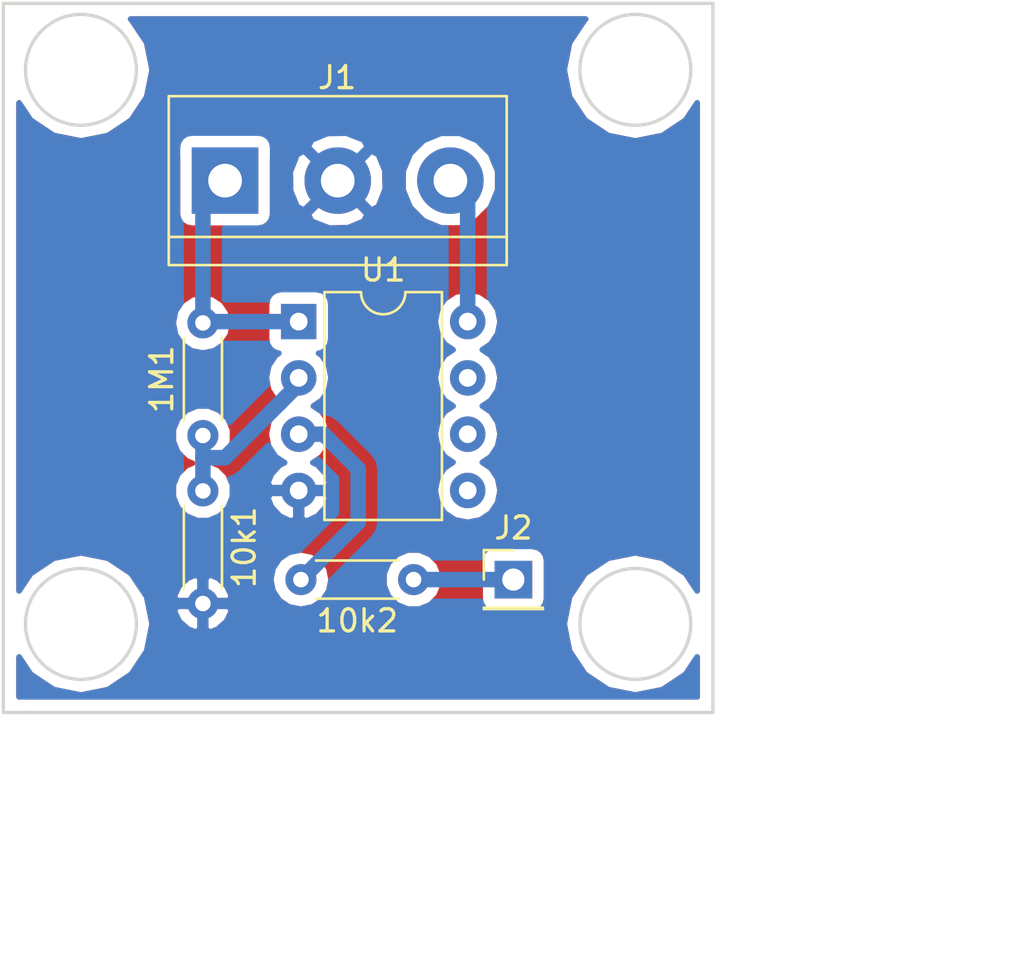
<source format=kicad_pcb>
(kicad_pcb (version 4) (host pcbnew 4.0.7)

  (general
    (links 9)
    (no_connects 0)
    (area 133.924999 71.924999 166.075001 104.075001)
    (thickness 1.6)
    (drawings 15)
    (tracks 16)
    (zones 0)
    (modules 6)
    (nets 7)
  )

  (page A4)
  (layers
    (0 F.Cu signal)
    (31 B.Cu signal)
    (32 B.Adhes user)
    (33 F.Adhes user)
    (34 B.Paste user)
    (35 F.Paste user)
    (36 B.SilkS user)
    (37 F.SilkS user)
    (38 B.Mask user)
    (39 F.Mask user)
    (40 Dwgs.User user)
    (41 Cmts.User user)
    (42 Eco1.User user)
    (43 Eco2.User user)
    (44 Edge.Cuts user)
    (45 Margin user)
    (46 B.CrtYd user)
    (47 F.CrtYd user)
    (48 B.Fab user)
    (49 F.Fab user)
  )

  (setup
    (last_trace_width 0.25)
    (trace_clearance 0.2)
    (zone_clearance 0.508)
    (zone_45_only no)
    (trace_min 0.2)
    (segment_width 0.2)
    (edge_width 0.15)
    (via_size 0.6)
    (via_drill 0.4)
    (via_min_size 0.4)
    (via_min_drill 0.3)
    (uvia_size 0.3)
    (uvia_drill 0.1)
    (uvias_allowed no)
    (uvia_min_size 0.2)
    (uvia_min_drill 0.1)
    (pcb_text_width 0.3)
    (pcb_text_size 1.5 1.5)
    (mod_edge_width 0.15)
    (mod_text_size 1 1)
    (mod_text_width 0.15)
    (pad_size 1.524 1.524)
    (pad_drill 0.762)
    (pad_to_mask_clearance 0.2)
    (aux_axis_origin 0 0)
    (visible_elements FFFFFF7F)
    (pcbplotparams
      (layerselection 0x00030_80000001)
      (usegerberextensions false)
      (excludeedgelayer true)
      (linewidth 0.100000)
      (plotframeref false)
      (viasonmask false)
      (mode 1)
      (useauxorigin false)
      (hpglpennumber 1)
      (hpglpenspeed 20)
      (hpglpendiameter 15)
      (hpglpenoverlay 2)
      (psnegative false)
      (psa4output false)
      (plotreference true)
      (plotvalue true)
      (plotinvisibletext false)
      (padsonsilk false)
      (subtractmaskfromsilk false)
      (outputformat 1)
      (mirror false)
      (drillshape 0)
      (scaleselection 1)
      (outputdirectory ""))
  )

  (net 0 "")
  (net 1 "Net-(10k1-Pad1)")
  (net 2 "Net-(1M1-Pad2)")
  (net 3 GND)
  (net 4 "Net-(10k2-Pad1)")
  (net 5 "Net-(10k2-Pad2)")
  (net 6 "Net-(J1-Pad3)")

  (net_class Default "Это класс цепей по умолчанию."
    (clearance 0.2)
    (trace_width 0.25)
    (via_dia 0.6)
    (via_drill 0.4)
    (uvia_dia 0.3)
    (uvia_drill 0.1)
  )

  (net_class my ""
    (clearance 0.4)
    (trace_width 0.7)
    (via_dia 1.5)
    (via_drill 0.8)
    (uvia_dia 1.5)
    (uvia_drill 0.8)
    (add_net GND)
    (add_net "Net-(10k1-Pad1)")
    (add_net "Net-(10k2-Pad1)")
    (add_net "Net-(10k2-Pad2)")
    (add_net "Net-(1M1-Pad2)")
    (add_net "Net-(J1-Pad3)")
  )

  (module Connectors_Terminal_Blocks:TerminalBlock_bornier-3_P5.08mm (layer F.Cu) (tedit 59FF03B9) (tstamp 5BC34C6D)
    (at 144 80)
    (descr "simple 3-pin terminal block, pitch 5.08mm, revamped version of bornier3")
    (tags "terminal block bornier3")
    (path /5BC34DB7)
    (fp_text reference J1 (at 5.05 -4.65) (layer F.SilkS)
      (effects (font (size 1 1) (thickness 0.15)))
    )
    (fp_text value Avr (at 5.08 5.08) (layer F.Fab)
      (effects (font (size 1 1) (thickness 0.15)))
    )
    (fp_text user %R (at 5.08 0) (layer F.Fab)
      (effects (font (size 1 1) (thickness 0.15)))
    )
    (fp_line (start -2.47 2.55) (end 12.63 2.55) (layer F.Fab) (width 0.1))
    (fp_line (start -2.47 -3.75) (end 12.63 -3.75) (layer F.Fab) (width 0.1))
    (fp_line (start 12.63 -3.75) (end 12.63 3.75) (layer F.Fab) (width 0.1))
    (fp_line (start 12.63 3.75) (end -2.47 3.75) (layer F.Fab) (width 0.1))
    (fp_line (start -2.47 3.75) (end -2.47 -3.75) (layer F.Fab) (width 0.1))
    (fp_line (start -2.54 3.81) (end -2.54 -3.81) (layer F.SilkS) (width 0.12))
    (fp_line (start 12.7 3.81) (end 12.7 -3.81) (layer F.SilkS) (width 0.12))
    (fp_line (start -2.54 2.54) (end 12.7 2.54) (layer F.SilkS) (width 0.12))
    (fp_line (start -2.54 -3.81) (end 12.7 -3.81) (layer F.SilkS) (width 0.12))
    (fp_line (start -2.54 3.81) (end 12.7 3.81) (layer F.SilkS) (width 0.12))
    (fp_line (start -2.72 -4) (end 12.88 -4) (layer F.CrtYd) (width 0.05))
    (fp_line (start -2.72 -4) (end -2.72 4) (layer F.CrtYd) (width 0.05))
    (fp_line (start 12.88 4) (end 12.88 -4) (layer F.CrtYd) (width 0.05))
    (fp_line (start 12.88 4) (end -2.72 4) (layer F.CrtYd) (width 0.05))
    (pad 1 thru_hole rect (at 0 0) (size 3 3) (drill 1.52) (layers *.Cu *.Mask)
      (net 2 "Net-(1M1-Pad2)"))
    (pad 2 thru_hole circle (at 5.08 0) (size 3 3) (drill 1.52) (layers *.Cu *.Mask)
      (net 3 GND))
    (pad 3 thru_hole circle (at 10.16 0) (size 3 3) (drill 1.52) (layers *.Cu *.Mask)
      (net 6 "Net-(J1-Pad3)"))
    (model ${KISYS3DMOD}/Terminal_Blocks.3dshapes/TerminalBlock_bornier-3_P5.08mm.wrl
      (at (xyz 0.2 0 0))
      (scale (xyz 1 1 1))
      (rotate (xyz 0 0 0))
    )
  )

  (module Resistors_THT:R_Axial_DIN0204_L3.6mm_D1.6mm_P5.08mm_Horizontal (layer F.Cu) (tedit 5874F706) (tstamp 5BC34B22)
    (at 143 91.5 90)
    (descr "Resistor, Axial_DIN0204 series, Axial, Horizontal, pin pitch=5.08mm, 0.16666666666666666W = 1/6W, length*diameter=3.6*1.6mm^2, http://cdn-reichelt.de/documents/datenblatt/B400/1_4W%23YAG.pdf")
    (tags "Resistor Axial_DIN0204 series Axial Horizontal pin pitch 5.08mm 0.16666666666666666W = 1/6W length 3.6mm diameter 1.6mm")
    (path /5BC3497F)
    (fp_text reference 1M1 (at 2.54 -1.86 90) (layer F.SilkS)
      (effects (font (size 1 1) (thickness 0.15)))
    )
    (fp_text value R (at 2.54 1.86 90) (layer F.Fab)
      (effects (font (size 1 1) (thickness 0.15)))
    )
    (fp_line (start 0.74 -0.8) (end 0.74 0.8) (layer F.Fab) (width 0.1))
    (fp_line (start 0.74 0.8) (end 4.34 0.8) (layer F.Fab) (width 0.1))
    (fp_line (start 4.34 0.8) (end 4.34 -0.8) (layer F.Fab) (width 0.1))
    (fp_line (start 4.34 -0.8) (end 0.74 -0.8) (layer F.Fab) (width 0.1))
    (fp_line (start 0 0) (end 0.74 0) (layer F.Fab) (width 0.1))
    (fp_line (start 5.08 0) (end 4.34 0) (layer F.Fab) (width 0.1))
    (fp_line (start 0.68 -0.86) (end 4.4 -0.86) (layer F.SilkS) (width 0.12))
    (fp_line (start 0.68 0.86) (end 4.4 0.86) (layer F.SilkS) (width 0.12))
    (fp_line (start -0.95 -1.15) (end -0.95 1.15) (layer F.CrtYd) (width 0.05))
    (fp_line (start -0.95 1.15) (end 6.05 1.15) (layer F.CrtYd) (width 0.05))
    (fp_line (start 6.05 1.15) (end 6.05 -1.15) (layer F.CrtYd) (width 0.05))
    (fp_line (start 6.05 -1.15) (end -0.95 -1.15) (layer F.CrtYd) (width 0.05))
    (pad 1 thru_hole circle (at 0 0 90) (size 1.4 1.4) (drill 0.7) (layers *.Cu *.Mask)
      (net 1 "Net-(10k1-Pad1)"))
    (pad 2 thru_hole oval (at 5.08 0 90) (size 1.4 1.4) (drill 0.7) (layers *.Cu *.Mask)
      (net 2 "Net-(1M1-Pad2)"))
    (model ${KISYS3DMOD}/Resistors_THT.3dshapes/R_Axial_DIN0204_L3.6mm_D1.6mm_P5.08mm_Horizontal.wrl
      (at (xyz 0 0 0))
      (scale (xyz 0.393701 0.393701 0.393701))
      (rotate (xyz 0 0 0))
    )
  )

  (module Resistors_THT:R_Axial_DIN0204_L3.6mm_D1.6mm_P5.08mm_Horizontal (layer F.Cu) (tedit 5874F706) (tstamp 5BC34B28)
    (at 143 94 270)
    (descr "Resistor, Axial_DIN0204 series, Axial, Horizontal, pin pitch=5.08mm, 0.16666666666666666W = 1/6W, length*diameter=3.6*1.6mm^2, http://cdn-reichelt.de/documents/datenblatt/B400/1_4W%23YAG.pdf")
    (tags "Resistor Axial_DIN0204 series Axial Horizontal pin pitch 5.08mm 0.16666666666666666W = 1/6W length 3.6mm diameter 1.6mm")
    (path /5BC3494C)
    (fp_text reference 10k1 (at 2.54 -1.86 270) (layer F.SilkS)
      (effects (font (size 1 1) (thickness 0.15)))
    )
    (fp_text value R (at 2.54 1.86 270) (layer F.Fab)
      (effects (font (size 1 1) (thickness 0.15)))
    )
    (fp_line (start 0.74 -0.8) (end 0.74 0.8) (layer F.Fab) (width 0.1))
    (fp_line (start 0.74 0.8) (end 4.34 0.8) (layer F.Fab) (width 0.1))
    (fp_line (start 4.34 0.8) (end 4.34 -0.8) (layer F.Fab) (width 0.1))
    (fp_line (start 4.34 -0.8) (end 0.74 -0.8) (layer F.Fab) (width 0.1))
    (fp_line (start 0 0) (end 0.74 0) (layer F.Fab) (width 0.1))
    (fp_line (start 5.08 0) (end 4.34 0) (layer F.Fab) (width 0.1))
    (fp_line (start 0.68 -0.86) (end 4.4 -0.86) (layer F.SilkS) (width 0.12))
    (fp_line (start 0.68 0.86) (end 4.4 0.86) (layer F.SilkS) (width 0.12))
    (fp_line (start -0.95 -1.15) (end -0.95 1.15) (layer F.CrtYd) (width 0.05))
    (fp_line (start -0.95 1.15) (end 6.05 1.15) (layer F.CrtYd) (width 0.05))
    (fp_line (start 6.05 1.15) (end 6.05 -1.15) (layer F.CrtYd) (width 0.05))
    (fp_line (start 6.05 -1.15) (end -0.95 -1.15) (layer F.CrtYd) (width 0.05))
    (pad 1 thru_hole circle (at 0 0 270) (size 1.4 1.4) (drill 0.7) (layers *.Cu *.Mask)
      (net 1 "Net-(10k1-Pad1)"))
    (pad 2 thru_hole oval (at 5.08 0 270) (size 1.4 1.4) (drill 0.7) (layers *.Cu *.Mask)
      (net 3 GND))
    (model ${KISYS3DMOD}/Resistors_THT.3dshapes/R_Axial_DIN0204_L3.6mm_D1.6mm_P5.08mm_Horizontal.wrl
      (at (xyz 0 0 0))
      (scale (xyz 0.393701 0.393701 0.393701))
      (rotate (xyz 0 0 0))
    )
  )

  (module Resistors_THT:R_Axial_DIN0204_L3.6mm_D1.6mm_P5.08mm_Horizontal (layer F.Cu) (tedit 5874F706) (tstamp 5BC34B2E)
    (at 152.5 98 180)
    (descr "Resistor, Axial_DIN0204 series, Axial, Horizontal, pin pitch=5.08mm, 0.16666666666666666W = 1/6W, length*diameter=3.6*1.6mm^2, http://cdn-reichelt.de/documents/datenblatt/B400/1_4W%23YAG.pdf")
    (tags "Resistor Axial_DIN0204 series Axial Horizontal pin pitch 5.08mm 0.16666666666666666W = 1/6W length 3.6mm diameter 1.6mm")
    (path /5BC348D7)
    (fp_text reference 10k2 (at 2.54 -1.86 180) (layer F.SilkS)
      (effects (font (size 1 1) (thickness 0.15)))
    )
    (fp_text value R (at 2.54 1.86 180) (layer F.Fab)
      (effects (font (size 1 1) (thickness 0.15)))
    )
    (fp_line (start 0.74 -0.8) (end 0.74 0.8) (layer F.Fab) (width 0.1))
    (fp_line (start 0.74 0.8) (end 4.34 0.8) (layer F.Fab) (width 0.1))
    (fp_line (start 4.34 0.8) (end 4.34 -0.8) (layer F.Fab) (width 0.1))
    (fp_line (start 4.34 -0.8) (end 0.74 -0.8) (layer F.Fab) (width 0.1))
    (fp_line (start 0 0) (end 0.74 0) (layer F.Fab) (width 0.1))
    (fp_line (start 5.08 0) (end 4.34 0) (layer F.Fab) (width 0.1))
    (fp_line (start 0.68 -0.86) (end 4.4 -0.86) (layer F.SilkS) (width 0.12))
    (fp_line (start 0.68 0.86) (end 4.4 0.86) (layer F.SilkS) (width 0.12))
    (fp_line (start -0.95 -1.15) (end -0.95 1.15) (layer F.CrtYd) (width 0.05))
    (fp_line (start -0.95 1.15) (end 6.05 1.15) (layer F.CrtYd) (width 0.05))
    (fp_line (start 6.05 1.15) (end 6.05 -1.15) (layer F.CrtYd) (width 0.05))
    (fp_line (start 6.05 -1.15) (end -0.95 -1.15) (layer F.CrtYd) (width 0.05))
    (pad 1 thru_hole circle (at 0 0 180) (size 1.4 1.4) (drill 0.7) (layers *.Cu *.Mask)
      (net 4 "Net-(10k2-Pad1)"))
    (pad 2 thru_hole oval (at 5.08 0 180) (size 1.4 1.4) (drill 0.7) (layers *.Cu *.Mask)
      (net 5 "Net-(10k2-Pad2)"))
    (model ${KISYS3DMOD}/Resistors_THT.3dshapes/R_Axial_DIN0204_L3.6mm_D1.6mm_P5.08mm_Horizontal.wrl
      (at (xyz 0 0 0))
      (scale (xyz 0.393701 0.393701 0.393701))
      (rotate (xyz 0 0 0))
    )
  )

  (module Housings_DIP:DIP-8_W7.62mm (layer F.Cu) (tedit 59C78D6B) (tstamp 5BC34B44)
    (at 147.32 86.36)
    (descr "8-lead though-hole mounted DIP package, row spacing 7.62 mm (300 mils)")
    (tags "THT DIP DIL PDIP 2.54mm 7.62mm 300mil")
    (path /5BC3479B)
    (fp_text reference U1 (at 3.81 -2.33) (layer F.SilkS)
      (effects (font (size 1 1) (thickness 0.15)))
    )
    (fp_text value LM358 (at 3.81 9.95) (layer F.Fab)
      (effects (font (size 1 1) (thickness 0.15)))
    )
    (fp_arc (start 3.81 -1.33) (end 2.81 -1.33) (angle -180) (layer F.SilkS) (width 0.12))
    (fp_line (start 1.635 -1.27) (end 6.985 -1.27) (layer F.Fab) (width 0.1))
    (fp_line (start 6.985 -1.27) (end 6.985 8.89) (layer F.Fab) (width 0.1))
    (fp_line (start 6.985 8.89) (end 0.635 8.89) (layer F.Fab) (width 0.1))
    (fp_line (start 0.635 8.89) (end 0.635 -0.27) (layer F.Fab) (width 0.1))
    (fp_line (start 0.635 -0.27) (end 1.635 -1.27) (layer F.Fab) (width 0.1))
    (fp_line (start 2.81 -1.33) (end 1.16 -1.33) (layer F.SilkS) (width 0.12))
    (fp_line (start 1.16 -1.33) (end 1.16 8.95) (layer F.SilkS) (width 0.12))
    (fp_line (start 1.16 8.95) (end 6.46 8.95) (layer F.SilkS) (width 0.12))
    (fp_line (start 6.46 8.95) (end 6.46 -1.33) (layer F.SilkS) (width 0.12))
    (fp_line (start 6.46 -1.33) (end 4.81 -1.33) (layer F.SilkS) (width 0.12))
    (fp_line (start -1.1 -1.55) (end -1.1 9.15) (layer F.CrtYd) (width 0.05))
    (fp_line (start -1.1 9.15) (end 8.7 9.15) (layer F.CrtYd) (width 0.05))
    (fp_line (start 8.7 9.15) (end 8.7 -1.55) (layer F.CrtYd) (width 0.05))
    (fp_line (start 8.7 -1.55) (end -1.1 -1.55) (layer F.CrtYd) (width 0.05))
    (fp_text user %R (at 3.81 3.81) (layer F.Fab)
      (effects (font (size 1 1) (thickness 0.15)))
    )
    (pad 1 thru_hole rect (at 0 0) (size 1.6 1.6) (drill 0.8) (layers *.Cu *.Mask)
      (net 2 "Net-(1M1-Pad2)"))
    (pad 5 thru_hole oval (at 7.62 7.62) (size 1.6 1.6) (drill 0.8) (layers *.Cu *.Mask))
    (pad 2 thru_hole oval (at 0 2.54) (size 1.6 1.6) (drill 0.8) (layers *.Cu *.Mask)
      (net 1 "Net-(10k1-Pad1)"))
    (pad 6 thru_hole oval (at 7.62 5.08) (size 1.6 1.6) (drill 0.8) (layers *.Cu *.Mask))
    (pad 3 thru_hole oval (at 0 5.08) (size 1.6 1.6) (drill 0.8) (layers *.Cu *.Mask)
      (net 5 "Net-(10k2-Pad2)"))
    (pad 7 thru_hole oval (at 7.62 2.54) (size 1.6 1.6) (drill 0.8) (layers *.Cu *.Mask))
    (pad 4 thru_hole oval (at 0 7.62) (size 1.6 1.6) (drill 0.8) (layers *.Cu *.Mask)
      (net 3 GND))
    (pad 8 thru_hole oval (at 7.62 0) (size 1.6 1.6) (drill 0.8) (layers *.Cu *.Mask)
      (net 6 "Net-(J1-Pad3)"))
    (model ${KISYS3DMOD}/Housings_DIP.3dshapes/DIP-8_W7.62mm.wrl
      (at (xyz 0 0 0))
      (scale (xyz 1 1 1))
      (rotate (xyz 0 0 0))
    )
  )

  (module Pin_Headers:Pin_Header_Straight_1x01_Pitch2.54mm (layer F.Cu) (tedit 59650532) (tstamp 5BC34DD8)
    (at 157 98)
    (descr "Through hole straight pin header, 1x01, 2.54mm pitch, single row")
    (tags "Through hole pin header THT 1x01 2.54mm single row")
    (path /5BC3519B)
    (fp_text reference J2 (at 0 -2.33) (layer F.SilkS)
      (effects (font (size 1 1) (thickness 0.15)))
    )
    (fp_text value Shunt (at 0 2.33) (layer F.Fab)
      (effects (font (size 1 1) (thickness 0.15)))
    )
    (fp_line (start -0.635 -1.27) (end 1.27 -1.27) (layer F.Fab) (width 0.1))
    (fp_line (start 1.27 -1.27) (end 1.27 1.27) (layer F.Fab) (width 0.1))
    (fp_line (start 1.27 1.27) (end -1.27 1.27) (layer F.Fab) (width 0.1))
    (fp_line (start -1.27 1.27) (end -1.27 -0.635) (layer F.Fab) (width 0.1))
    (fp_line (start -1.27 -0.635) (end -0.635 -1.27) (layer F.Fab) (width 0.1))
    (fp_line (start -1.33 1.33) (end 1.33 1.33) (layer F.SilkS) (width 0.12))
    (fp_line (start -1.33 1.27) (end -1.33 1.33) (layer F.SilkS) (width 0.12))
    (fp_line (start 1.33 1.27) (end 1.33 1.33) (layer F.SilkS) (width 0.12))
    (fp_line (start -1.33 1.27) (end 1.33 1.27) (layer F.SilkS) (width 0.12))
    (fp_line (start -1.33 0) (end -1.33 -1.33) (layer F.SilkS) (width 0.12))
    (fp_line (start -1.33 -1.33) (end 0 -1.33) (layer F.SilkS) (width 0.12))
    (fp_line (start -1.8 -1.8) (end -1.8 1.8) (layer F.CrtYd) (width 0.05))
    (fp_line (start -1.8 1.8) (end 1.8 1.8) (layer F.CrtYd) (width 0.05))
    (fp_line (start 1.8 1.8) (end 1.8 -1.8) (layer F.CrtYd) (width 0.05))
    (fp_line (start 1.8 -1.8) (end -1.8 -1.8) (layer F.CrtYd) (width 0.05))
    (fp_text user %R (at 0 0 90) (layer F.Fab)
      (effects (font (size 1 1) (thickness 0.15)))
    )
    (pad 1 thru_hole rect (at 0 0) (size 1.7 1.7) (drill 1) (layers *.Cu *.Mask)
      (net 4 "Net-(10k2-Pad1)"))
    (model ${KISYS3DMOD}/Pin_Headers.3dshapes/Pin_Header_Straight_1x01_Pitch2.54mm.wrl
      (at (xyz 0 0 0))
      (scale (xyz 1 1 1))
      (rotate (xyz 0 0 0))
    )
  )

  (dimension 32 (width 0.3) (layer Eco1.User)
    (gr_text "32,000 мм" (at 177.35 88 90) (layer Eco1.User)
      (effects (font (size 1.5 1.5) (thickness 0.3)))
    )
    (feature1 (pts (xy 166 72) (xy 178.7 72)))
    (feature2 (pts (xy 166 104) (xy 178.7 104)))
    (crossbar (pts (xy 176 104) (xy 176 72)))
    (arrow1a (pts (xy 176 72) (xy 176.586421 73.126504)))
    (arrow1b (pts (xy 176 72) (xy 175.413579 73.126504)))
    (arrow2a (pts (xy 176 104) (xy 176.586421 102.873496)))
    (arrow2b (pts (xy 176 104) (xy 175.413579 102.873496)))
  )
  (dimension 32 (width 0.3) (layer Eco1.User)
    (gr_text "32,000 мм" (at 150 116.35) (layer Eco1.User)
      (effects (font (size 1.5 1.5) (thickness 0.3)))
    )
    (feature1 (pts (xy 166 104) (xy 166 117.7)))
    (feature2 (pts (xy 134 104) (xy 134 117.7)))
    (crossbar (pts (xy 134 115) (xy 166 115)))
    (arrow1a (pts (xy 166 115) (xy 164.873496 115.586421)))
    (arrow1b (pts (xy 166 115) (xy 164.873496 114.413579)))
    (arrow2a (pts (xy 134 115) (xy 135.126504 115.586421)))
    (arrow2b (pts (xy 134 115) (xy 135.126504 114.413579)))
  )
  (gr_line (start 134 104) (end 135 104) (angle 90) (layer Edge.Cuts) (width 0.15))
  (gr_line (start 134 72) (end 134 104) (angle 90) (layer Edge.Cuts) (width 0.15))
  (gr_line (start 166 72) (end 134 72) (angle 90) (layer Edge.Cuts) (width 0.15))
  (gr_line (start 166 104) (end 166 72) (angle 90) (layer Edge.Cuts) (width 0.15))
  (gr_line (start 135 104) (end 166 104) (angle 90) (layer Edge.Cuts) (width 0.15))
  (gr_circle (center 137.5 75) (end 140 75) (layer Edge.Cuts) (width 0.15))
  (gr_circle (center 137.5 100) (end 140 100) (layer Edge.Cuts) (width 0.15))
  (gr_circle (center 162.5 100) (end 165 100) (layer Edge.Cuts) (width 0.15))
  (gr_circle (center 162.5 75) (end 165 75) (layer Edge.Cuts) (width 0.15))
  (gr_text SHUNT (at 158.5 92 90) (layer F.Cu)
    (effects (font (size 1.5 1.5) (thickness 0.3)))
  )
  (gr_text "ADC\n" (at 144 77) (layer F.Cu)
    (effects (font (size 1.5 1.5) (thickness 0.3)))
  )
  (gr_text GND (at 149 77) (layer F.Cu)
    (effects (font (size 1.5 1.5) (thickness 0.3)))
  )
  (gr_text VCC (at 154 77) (layer F.Cu)
    (effects (font (size 1.5 1.5) (thickness 0.3)))
  )

  (segment (start 147.32 88.9) (end 147.32 89.18) (width 0.7) (layer B.Cu) (net 1))
  (segment (start 147.32 89.18) (end 144 92.5) (width 0.7) (layer B.Cu) (net 1) (tstamp 5BC34E82))
  (segment (start 144 92.5) (end 143 92.5) (width 0.7) (layer B.Cu) (net 1) (tstamp 5BC34E83))
  (segment (start 143 91.5) (end 143 92.5) (width 0.7) (layer B.Cu) (net 1))
  (segment (start 143 92.5) (end 143 94) (width 0.7) (layer B.Cu) (net 1) (tstamp 5BC34E7A))
  (segment (start 143 86.42) (end 143 81) (width 0.7) (layer B.Cu) (net 2) (status C00000))
  (segment (start 143 81) (end 144 80) (width 0.7) (layer B.Cu) (net 2) (tstamp 5BC3505C) (status C00000))
  (segment (start 147.32 86.36) (end 143.06 86.36) (width 0.7) (layer B.Cu) (net 2))
  (segment (start 143.06 86.36) (end 143 86.3) (width 0.7) (layer B.Cu) (net 2) (tstamp 5BC34E6B))
  (segment (start 152.5 98) (end 157 98) (width 0.7) (layer B.Cu) (net 4))
  (segment (start 147.32 91.44) (end 148.44 91.44) (width 0.7) (layer B.Cu) (net 5))
  (segment (start 150 95.42) (end 147.42 98) (width 0.7) (layer B.Cu) (net 5) (tstamp 5BC34EA3))
  (segment (start 150 93) (end 150 95.42) (width 0.7) (layer B.Cu) (net 5) (tstamp 5BC34EA2))
  (segment (start 148.44 91.44) (end 150 93) (width 0.7) (layer B.Cu) (net 5) (tstamp 5BC34EA1))
  (segment (start 154.94 86.36) (end 154.94 80.78) (width 0.7) (layer B.Cu) (net 6) (status C00000))
  (segment (start 154.94 80.78) (end 154.16 80) (width 0.7) (layer B.Cu) (net 6) (tstamp 5BC35060) (status C00000))

  (zone (net 3) (net_name GND) (layer F.Cu) (tstamp 5BC35030) (hatch edge 0.508)
    (connect_pads (clearance 0.508))
    (min_thickness 0.254)
    (fill yes (arc_segments 16) (thermal_gap 0.508) (thermal_bridge_width 0.508))
    (polygon
      (pts
        (xy 166 104) (xy 134 104) (xy 134 72) (xy 166 72)
      )
    )
    (filled_polygon
      (pts
        (xy 160.230187 72.730187) (xy 159.534347 73.771586) (xy 159.29 75) (xy 159.534347 76.228414) (xy 160.230187 77.269813)
        (xy 161.271586 77.965653) (xy 162.5 78.21) (xy 163.728414 77.965653) (xy 164.769813 77.269813) (xy 165.29 76.491298)
        (xy 165.29 98.508702) (xy 164.769813 97.730187) (xy 163.728414 97.034347) (xy 162.5 96.79) (xy 161.271586 97.034347)
        (xy 160.230187 97.730187) (xy 159.534347 98.771586) (xy 159.29 100) (xy 159.534347 101.228414) (xy 160.230187 102.269813)
        (xy 161.271586 102.965653) (xy 162.5 103.21) (xy 163.728414 102.965653) (xy 164.769813 102.269813) (xy 165.29 101.491298)
        (xy 165.29 103.29) (xy 134.71 103.29) (xy 134.71 101.491298) (xy 135.230187 102.269813) (xy 136.271586 102.965653)
        (xy 137.5 103.21) (xy 138.728414 102.965653) (xy 139.769813 102.269813) (xy 140.465653 101.228414) (xy 140.71 100)
        (xy 140.593305 99.413331) (xy 141.707273 99.413331) (xy 141.933236 99.882663) (xy 142.321604 100.229797) (xy 142.666671 100.372716)
        (xy 142.873 100.249374) (xy 142.873 99.207) (xy 143.127 99.207) (xy 143.127 100.249374) (xy 143.333329 100.372716)
        (xy 143.678396 100.229797) (xy 144.066764 99.882663) (xy 144.292727 99.413331) (xy 144.170206 99.207) (xy 143.127 99.207)
        (xy 142.873 99.207) (xy 141.829794 99.207) (xy 141.707273 99.413331) (xy 140.593305 99.413331) (xy 140.465653 98.771586)
        (xy 140.449005 98.746669) (xy 141.707273 98.746669) (xy 141.829794 98.953) (xy 142.873 98.953) (xy 142.873 97.910626)
        (xy 143.127 97.910626) (xy 143.127 98.953) (xy 144.170206 98.953) (xy 144.292727 98.746669) (xy 144.066764 98.277337)
        (xy 143.756484 98) (xy 146.058846 98) (xy 146.160467 98.510882) (xy 146.449858 98.943988) (xy 146.882964 99.233379)
        (xy 147.393846 99.335) (xy 147.446154 99.335) (xy 147.957036 99.233379) (xy 148.390142 98.943988) (xy 148.679533 98.510882)
        (xy 148.728564 98.264383) (xy 151.164769 98.264383) (xy 151.367582 98.755229) (xy 151.742796 99.131098) (xy 152.233287 99.334768)
        (xy 152.764383 99.335231) (xy 153.255229 99.132418) (xy 153.631098 98.757204) (xy 153.834768 98.266713) (xy 153.835231 97.735617)
        (xy 153.632418 97.244771) (xy 153.537813 97.15) (xy 155.50256 97.15) (xy 155.50256 98.85) (xy 155.546838 99.085317)
        (xy 155.68591 99.301441) (xy 155.89811 99.446431) (xy 156.15 99.49744) (xy 157.85 99.49744) (xy 158.085317 99.453162)
        (xy 158.301441 99.31409) (xy 158.446431 99.10189) (xy 158.49744 98.85) (xy 158.49744 97.15) (xy 158.453162 96.914683)
        (xy 158.31409 96.698559) (xy 158.10189 96.553569) (xy 157.85 96.50256) (xy 156.15 96.50256) (xy 155.914683 96.546838)
        (xy 155.698559 96.68591) (xy 155.553569 96.89811) (xy 155.50256 97.15) (xy 153.537813 97.15) (xy 153.257204 96.868902)
        (xy 152.766713 96.665232) (xy 152.235617 96.664769) (xy 151.744771 96.867582) (xy 151.368902 97.242796) (xy 151.165232 97.733287)
        (xy 151.164769 98.264383) (xy 148.728564 98.264383) (xy 148.781154 98) (xy 148.679533 97.489118) (xy 148.390142 97.056012)
        (xy 147.957036 96.766621) (xy 147.446154 96.665) (xy 147.393846 96.665) (xy 146.882964 96.766621) (xy 146.449858 97.056012)
        (xy 146.160467 97.489118) (xy 146.058846 98) (xy 143.756484 98) (xy 143.678396 97.930203) (xy 143.333329 97.787284)
        (xy 143.127 97.910626) (xy 142.873 97.910626) (xy 142.666671 97.787284) (xy 142.321604 97.930203) (xy 141.933236 98.277337)
        (xy 141.707273 98.746669) (xy 140.449005 98.746669) (xy 139.769813 97.730187) (xy 138.728414 97.034347) (xy 137.5 96.79)
        (xy 136.271586 97.034347) (xy 135.230187 97.730187) (xy 134.71 98.508702) (xy 134.71 91.764383) (xy 141.664769 91.764383)
        (xy 141.867582 92.255229) (xy 142.242796 92.631098) (xy 142.529242 92.750041) (xy 142.244771 92.867582) (xy 141.868902 93.242796)
        (xy 141.665232 93.733287) (xy 141.664769 94.264383) (xy 141.867582 94.755229) (xy 142.242796 95.131098) (xy 142.733287 95.334768)
        (xy 143.264383 95.335231) (xy 143.755229 95.132418) (xy 144.131098 94.757204) (xy 144.308887 94.329039) (xy 145.928096 94.329039)
        (xy 146.088959 94.717423) (xy 146.464866 95.132389) (xy 146.970959 95.371914) (xy 147.193 95.250629) (xy 147.193 94.107)
        (xy 147.447 94.107) (xy 147.447 95.250629) (xy 147.669041 95.371914) (xy 148.175134 95.132389) (xy 148.551041 94.717423)
        (xy 148.711904 94.329039) (xy 148.589915 94.107) (xy 147.447 94.107) (xy 147.193 94.107) (xy 146.050085 94.107)
        (xy 145.928096 94.329039) (xy 144.308887 94.329039) (xy 144.334768 94.266713) (xy 144.335231 93.735617) (xy 144.132418 93.244771)
        (xy 143.757204 92.868902) (xy 143.470758 92.749959) (xy 143.755229 92.632418) (xy 144.131098 92.257204) (xy 144.334768 91.766713)
        (xy 144.335231 91.235617) (xy 144.132418 90.744771) (xy 143.757204 90.368902) (xy 143.266713 90.165232) (xy 142.735617 90.164769)
        (xy 142.244771 90.367582) (xy 141.868902 90.742796) (xy 141.665232 91.233287) (xy 141.664769 91.764383) (xy 134.71 91.764383)
        (xy 134.71 88.9) (xy 145.856887 88.9) (xy 145.96612 89.449151) (xy 146.277189 89.914698) (xy 146.659275 90.17)
        (xy 146.277189 90.425302) (xy 145.96612 90.890849) (xy 145.856887 91.44) (xy 145.96612 91.989151) (xy 146.277189 92.454698)
        (xy 146.681703 92.724986) (xy 146.464866 92.827611) (xy 146.088959 93.242577) (xy 145.928096 93.630961) (xy 146.050085 93.853)
        (xy 147.193 93.853) (xy 147.193 93.833) (xy 147.447 93.833) (xy 147.447 93.853) (xy 148.589915 93.853)
        (xy 148.711904 93.630961) (xy 148.551041 93.242577) (xy 148.175134 92.827611) (xy 147.958297 92.724986) (xy 148.362811 92.454698)
        (xy 148.67388 91.989151) (xy 148.783113 91.44) (xy 148.67388 90.890849) (xy 148.362811 90.425302) (xy 147.980725 90.17)
        (xy 148.362811 89.914698) (xy 148.67388 89.449151) (xy 148.783113 88.9) (xy 148.67388 88.350849) (xy 148.362811 87.885302)
        (xy 148.218535 87.788899) (xy 148.355317 87.763162) (xy 148.571441 87.62409) (xy 148.716431 87.41189) (xy 148.76744 87.16)
        (xy 148.76744 86.36) (xy 153.476887 86.36) (xy 153.58612 86.909151) (xy 153.897189 87.374698) (xy 154.279275 87.63)
        (xy 153.897189 87.885302) (xy 153.58612 88.350849) (xy 153.476887 88.9) (xy 153.58612 89.449151) (xy 153.897189 89.914698)
        (xy 154.279275 90.17) (xy 153.897189 90.425302) (xy 153.58612 90.890849) (xy 153.476887 91.44) (xy 153.58612 91.989151)
        (xy 153.897189 92.454698) (xy 154.279275 92.71) (xy 153.897189 92.965302) (xy 153.58612 93.430849) (xy 153.476887 93.98)
        (xy 153.58612 94.529151) (xy 153.897189 94.994698) (xy 154.362736 95.305767) (xy 154.911887 95.415) (xy 154.968113 95.415)
        (xy 155.517264 95.305767) (xy 155.982811 94.994698) (xy 156.29388 94.529151) (xy 156.403113 93.98) (xy 156.29388 93.430849)
        (xy 155.982811 92.965302) (xy 155.600725 92.71) (xy 155.982811 92.454698) (xy 156.29388 91.989151) (xy 156.403113 91.44)
        (xy 156.29388 90.890849) (xy 155.982811 90.425302) (xy 155.600725 90.17) (xy 155.982811 89.914698) (xy 156.29388 89.449151)
        (xy 156.403113 88.9) (xy 156.29388 88.350849) (xy 155.982811 87.885302) (xy 155.738626 87.722142) (xy 156.665 87.722142)
        (xy 156.665 96.277857) (xy 160.485 96.277857) (xy 160.485 87.722142) (xy 156.665 87.722142) (xy 155.738626 87.722142)
        (xy 155.600725 87.63) (xy 155.982811 87.374698) (xy 156.29388 86.909151) (xy 156.403113 86.36) (xy 156.29388 85.810849)
        (xy 155.982811 85.345302) (xy 155.517264 85.034233) (xy 154.968113 84.925) (xy 154.911887 84.925) (xy 154.362736 85.034233)
        (xy 153.897189 85.345302) (xy 153.58612 85.810849) (xy 153.476887 86.36) (xy 148.76744 86.36) (xy 148.76744 85.56)
        (xy 148.723162 85.324683) (xy 148.58409 85.108559) (xy 148.37189 84.963569) (xy 148.12 84.91256) (xy 146.52 84.91256)
        (xy 146.284683 84.956838) (xy 146.068559 85.09591) (xy 145.923569 85.30811) (xy 145.87256 85.56) (xy 145.87256 87.16)
        (xy 145.916838 87.395317) (xy 146.05591 87.611441) (xy 146.26811 87.756431) (xy 146.423089 87.787815) (xy 146.277189 87.885302)
        (xy 145.96612 88.350849) (xy 145.856887 88.9) (xy 134.71 88.9) (xy 134.71 86.393846) (xy 141.665 86.393846)
        (xy 141.665 86.446154) (xy 141.766621 86.957036) (xy 142.056012 87.390142) (xy 142.489118 87.679533) (xy 143 87.781154)
        (xy 143.510882 87.679533) (xy 143.943988 87.390142) (xy 144.233379 86.957036) (xy 144.335 86.446154) (xy 144.335 86.393846)
        (xy 144.233379 85.882964) (xy 143.943988 85.449858) (xy 143.510882 85.160467) (xy 143 85.058846) (xy 142.489118 85.160467)
        (xy 142.056012 85.449858) (xy 141.766621 85.882964) (xy 141.665 86.393846) (xy 134.71 86.393846) (xy 134.71 76.491298)
        (xy 135.230187 77.269813) (xy 136.271586 77.965653) (xy 137.5 78.21) (xy 138.728414 77.965653) (xy 139.769813 77.269813)
        (xy 140.465653 76.228414) (xy 140.677179 75.165) (xy 141.222143 75.165) (xy 141.222143 78.985) (xy 141.85256 78.985)
        (xy 141.85256 81.5) (xy 141.896838 81.735317) (xy 142.03591 81.951441) (xy 142.24811 82.096431) (xy 142.5 82.14744)
        (xy 145.5 82.14744) (xy 145.735317 82.103162) (xy 145.951441 81.96409) (xy 146.096431 81.75189) (xy 146.144611 81.51397)
        (xy 147.745635 81.51397) (xy 147.905418 81.832739) (xy 148.696187 82.142723) (xy 149.545387 82.126497) (xy 150.254582 81.832739)
        (xy 150.414365 81.51397) (xy 149.08 80.179605) (xy 147.745635 81.51397) (xy 146.144611 81.51397) (xy 146.14744 81.5)
        (xy 146.14744 78.985) (xy 147.184704 78.985) (xy 146.937277 79.616187) (xy 146.953503 80.465387) (xy 147.247261 81.174582)
        (xy 147.56603 81.334365) (xy 148.900395 80) (xy 148.886253 79.985858) (xy 149.065858 79.806253) (xy 149.08 79.820395)
        (xy 149.094143 79.806253) (xy 149.273748 79.985858) (xy 149.259605 80) (xy 150.59397 81.334365) (xy 150.912739 81.174582)
        (xy 151.222723 80.383813) (xy 151.206497 79.534613) (xy 150.97884 78.985) (xy 152.269722 78.985) (xy 152.025372 79.573459)
        (xy 152.02463 80.422815) (xy 152.34898 81.2078) (xy 152.949041 81.808909) (xy 153.733459 82.134628) (xy 154.582815 82.13537)
        (xy 155.3678 81.81102) (xy 155.968909 81.210959) (xy 156.294628 80.426541) (xy 156.29537 79.577185) (xy 156.050684 78.985)
        (xy 156.777857 78.985) (xy 156.777857 75.165) (xy 141.222143 75.165) (xy 140.677179 75.165) (xy 140.71 75)
        (xy 140.465653 73.771586) (xy 139.769813 72.730187) (xy 139.739601 72.71) (xy 160.260399 72.71)
      )
    )
  )
  (zone (net 3) (net_name GND) (layer B.Cu) (tstamp 5BC3503C) (hatch edge 0.508)
    (connect_pads (clearance 0.508))
    (min_thickness 0.254)
    (fill yes (arc_segments 16) (thermal_gap 0.508) (thermal_bridge_width 0.508))
    (polygon
      (pts
        (xy 166 104) (xy 134 104) (xy 134 72) (xy 166 72)
      )
    )
    (filled_polygon
      (pts
        (xy 160.230187 72.730187) (xy 159.534347 73.771586) (xy 159.29 75) (xy 159.534347 76.228414) (xy 160.230187 77.269813)
        (xy 161.271586 77.965653) (xy 162.5 78.21) (xy 163.728414 77.965653) (xy 164.769813 77.269813) (xy 165.29 76.491298)
        (xy 165.29 98.508702) (xy 164.769813 97.730187) (xy 163.728414 97.034347) (xy 162.5 96.79) (xy 161.271586 97.034347)
        (xy 160.230187 97.730187) (xy 159.534347 98.771586) (xy 159.29 100) (xy 159.534347 101.228414) (xy 160.230187 102.269813)
        (xy 161.271586 102.965653) (xy 162.5 103.21) (xy 163.728414 102.965653) (xy 164.769813 102.269813) (xy 165.29 101.491298)
        (xy 165.29 103.29) (xy 134.71 103.29) (xy 134.71 101.491298) (xy 135.230187 102.269813) (xy 136.271586 102.965653)
        (xy 137.5 103.21) (xy 138.728414 102.965653) (xy 139.769813 102.269813) (xy 140.465653 101.228414) (xy 140.71 100)
        (xy 140.593305 99.413331) (xy 141.707273 99.413331) (xy 141.933236 99.882663) (xy 142.321604 100.229797) (xy 142.666671 100.372716)
        (xy 142.873 100.249374) (xy 142.873 99.207) (xy 143.127 99.207) (xy 143.127 100.249374) (xy 143.333329 100.372716)
        (xy 143.678396 100.229797) (xy 144.066764 99.882663) (xy 144.292727 99.413331) (xy 144.170206 99.207) (xy 143.127 99.207)
        (xy 142.873 99.207) (xy 141.829794 99.207) (xy 141.707273 99.413331) (xy 140.593305 99.413331) (xy 140.465653 98.771586)
        (xy 140.449005 98.746669) (xy 141.707273 98.746669) (xy 141.829794 98.953) (xy 142.873 98.953) (xy 142.873 97.910626)
        (xy 143.127 97.910626) (xy 143.127 98.953) (xy 144.170206 98.953) (xy 144.292727 98.746669) (xy 144.066764 98.277337)
        (xy 143.678396 97.930203) (xy 143.333329 97.787284) (xy 143.127 97.910626) (xy 142.873 97.910626) (xy 142.666671 97.787284)
        (xy 142.321604 97.930203) (xy 141.933236 98.277337) (xy 141.707273 98.746669) (xy 140.449005 98.746669) (xy 139.769813 97.730187)
        (xy 138.728414 97.034347) (xy 137.5 96.79) (xy 136.271586 97.034347) (xy 135.230187 97.730187) (xy 134.71 98.508702)
        (xy 134.71 91.764383) (xy 141.664769 91.764383) (xy 141.867582 92.255229) (xy 142.015 92.402904) (xy 142.015 93.096953)
        (xy 141.868902 93.242796) (xy 141.665232 93.733287) (xy 141.664769 94.264383) (xy 141.867582 94.755229) (xy 142.242796 95.131098)
        (xy 142.733287 95.334768) (xy 143.264383 95.335231) (xy 143.755229 95.132418) (xy 144.131098 94.757204) (xy 144.308887 94.329039)
        (xy 145.928096 94.329039) (xy 146.088959 94.717423) (xy 146.464866 95.132389) (xy 146.970959 95.371914) (xy 147.193 95.250629)
        (xy 147.193 94.107) (xy 147.447 94.107) (xy 147.447 95.250629) (xy 147.669041 95.371914) (xy 148.175134 95.132389)
        (xy 148.551041 94.717423) (xy 148.711904 94.329039) (xy 148.589915 94.107) (xy 147.447 94.107) (xy 147.193 94.107)
        (xy 146.050085 94.107) (xy 145.928096 94.329039) (xy 144.308887 94.329039) (xy 144.334768 94.266713) (xy 144.335231 93.735617)
        (xy 144.214083 93.442416) (xy 144.376943 93.410021) (xy 144.6965 93.1965) (xy 145.955789 91.937211) (xy 145.96612 91.989151)
        (xy 146.277189 92.454698) (xy 146.681703 92.724986) (xy 146.464866 92.827611) (xy 146.088959 93.242577) (xy 145.928096 93.630961)
        (xy 146.050085 93.853) (xy 147.193 93.853) (xy 147.193 93.833) (xy 147.447 93.833) (xy 147.447 93.853)
        (xy 148.589915 93.853) (xy 148.711904 93.630961) (xy 148.551041 93.242577) (xy 148.175134 92.827611) (xy 147.958297 92.724986)
        (xy 148.182307 92.575307) (xy 149.015 93.408) (xy 149.015 95.012) (xy 147.354093 96.672907) (xy 146.882964 96.766621)
        (xy 146.449858 97.056012) (xy 146.160467 97.489118) (xy 146.058846 98) (xy 146.160467 98.510882) (xy 146.449858 98.943988)
        (xy 146.882964 99.233379) (xy 147.393846 99.335) (xy 147.446154 99.335) (xy 147.957036 99.233379) (xy 148.390142 98.943988)
        (xy 148.679533 98.510882) (xy 148.728565 98.264383) (xy 151.164769 98.264383) (xy 151.367582 98.755229) (xy 151.742796 99.131098)
        (xy 152.233287 99.334768) (xy 152.764383 99.335231) (xy 153.255229 99.132418) (xy 153.402904 98.985) (xy 155.527962 98.985)
        (xy 155.546838 99.085317) (xy 155.68591 99.301441) (xy 155.89811 99.446431) (xy 156.15 99.49744) (xy 157.85 99.49744)
        (xy 158.085317 99.453162) (xy 158.301441 99.31409) (xy 158.446431 99.10189) (xy 158.49744 98.85) (xy 158.49744 97.15)
        (xy 158.453162 96.914683) (xy 158.31409 96.698559) (xy 158.10189 96.553569) (xy 157.85 96.50256) (xy 156.15 96.50256)
        (xy 155.914683 96.546838) (xy 155.698559 96.68591) (xy 155.553569 96.89811) (xy 155.529898 97.015) (xy 153.403047 97.015)
        (xy 153.257204 96.868902) (xy 152.766713 96.665232) (xy 152.235617 96.664769) (xy 151.744771 96.867582) (xy 151.368902 97.242796)
        (xy 151.165232 97.733287) (xy 151.164769 98.264383) (xy 148.728565 98.264383) (xy 148.773247 98.039753) (xy 150.6965 96.1165)
        (xy 150.910021 95.796943) (xy 150.985 95.42) (xy 150.985 93) (xy 150.910021 92.623057) (xy 150.6965 92.3035)
        (xy 149.1365 90.7435) (xy 148.816943 90.529979) (xy 148.44 90.455) (xy 148.382655 90.455) (xy 148.362811 90.425302)
        (xy 147.980725 90.17) (xy 148.362811 89.914698) (xy 148.67388 89.449151) (xy 148.783113 88.9) (xy 148.67388 88.350849)
        (xy 148.362811 87.885302) (xy 148.218535 87.788899) (xy 148.355317 87.763162) (xy 148.571441 87.62409) (xy 148.716431 87.41189)
        (xy 148.76744 87.16) (xy 148.76744 85.56) (xy 148.723162 85.324683) (xy 148.58409 85.108559) (xy 148.37189 84.963569)
        (xy 148.12 84.91256) (xy 146.52 84.91256) (xy 146.284683 84.956838) (xy 146.068559 85.09591) (xy 145.923569 85.30811)
        (xy 145.910023 85.375) (xy 143.985 85.375) (xy 143.985 82.14744) (xy 145.5 82.14744) (xy 145.735317 82.103162)
        (xy 145.951441 81.96409) (xy 146.096431 81.75189) (xy 146.144611 81.51397) (xy 147.745635 81.51397) (xy 147.905418 81.832739)
        (xy 148.696187 82.142723) (xy 149.545387 82.126497) (xy 150.254582 81.832739) (xy 150.414365 81.51397) (xy 149.08 80.179605)
        (xy 147.745635 81.51397) (xy 146.144611 81.51397) (xy 146.14744 81.5) (xy 146.14744 79.616187) (xy 146.937277 79.616187)
        (xy 146.953503 80.465387) (xy 147.247261 81.174582) (xy 147.56603 81.334365) (xy 148.900395 80) (xy 149.259605 80)
        (xy 150.59397 81.334365) (xy 150.912739 81.174582) (xy 151.207434 80.422815) (xy 152.02463 80.422815) (xy 152.34898 81.2078)
        (xy 152.949041 81.808909) (xy 153.733459 82.134628) (xy 153.955 82.134822) (xy 153.955 85.306674) (xy 153.897189 85.345302)
        (xy 153.58612 85.810849) (xy 153.476887 86.36) (xy 153.58612 86.909151) (xy 153.897189 87.374698) (xy 154.279275 87.63)
        (xy 153.897189 87.885302) (xy 153.58612 88.350849) (xy 153.476887 88.9) (xy 153.58612 89.449151) (xy 153.897189 89.914698)
        (xy 154.279275 90.17) (xy 153.897189 90.425302) (xy 153.58612 90.890849) (xy 153.476887 91.44) (xy 153.58612 91.989151)
        (xy 153.897189 92.454698) (xy 154.279275 92.71) (xy 153.897189 92.965302) (xy 153.58612 93.430849) (xy 153.476887 93.98)
        (xy 153.58612 94.529151) (xy 153.897189 94.994698) (xy 154.362736 95.305767) (xy 154.911887 95.415) (xy 154.968113 95.415)
        (xy 155.517264 95.305767) (xy 155.982811 94.994698) (xy 156.29388 94.529151) (xy 156.403113 93.98) (xy 156.29388 93.430849)
        (xy 155.982811 92.965302) (xy 155.600725 92.71) (xy 155.982811 92.454698) (xy 156.29388 91.989151) (xy 156.403113 91.44)
        (xy 156.29388 90.890849) (xy 155.982811 90.425302) (xy 155.600725 90.17) (xy 155.982811 89.914698) (xy 156.29388 89.449151)
        (xy 156.403113 88.9) (xy 156.29388 88.350849) (xy 155.982811 87.885302) (xy 155.600725 87.63) (xy 155.982811 87.374698)
        (xy 156.29388 86.909151) (xy 156.403113 86.36) (xy 156.29388 85.810849) (xy 155.982811 85.345302) (xy 155.925 85.306674)
        (xy 155.925 81.254791) (xy 155.968909 81.210959) (xy 156.294628 80.426541) (xy 156.29537 79.577185) (xy 155.97102 78.7922)
        (xy 155.370959 78.191091) (xy 154.586541 77.865372) (xy 153.737185 77.86463) (xy 152.9522 78.18898) (xy 152.351091 78.789041)
        (xy 152.025372 79.573459) (xy 152.02463 80.422815) (xy 151.207434 80.422815) (xy 151.222723 80.383813) (xy 151.206497 79.534613)
        (xy 150.912739 78.825418) (xy 150.59397 78.665635) (xy 149.259605 80) (xy 148.900395 80) (xy 147.56603 78.665635)
        (xy 147.247261 78.825418) (xy 146.937277 79.616187) (xy 146.14744 79.616187) (xy 146.14744 78.5) (xy 146.144812 78.48603)
        (xy 147.745635 78.48603) (xy 149.08 79.820395) (xy 150.414365 78.48603) (xy 150.254582 78.167261) (xy 149.463813 77.857277)
        (xy 148.614613 77.873503) (xy 147.905418 78.167261) (xy 147.745635 78.48603) (xy 146.144812 78.48603) (xy 146.103162 78.264683)
        (xy 145.96409 78.048559) (xy 145.75189 77.903569) (xy 145.5 77.85256) (xy 142.5 77.85256) (xy 142.264683 77.896838)
        (xy 142.048559 78.03591) (xy 141.903569 78.24811) (xy 141.85256 78.5) (xy 141.85256 81.5) (xy 141.896838 81.735317)
        (xy 142.015 81.918946) (xy 142.015 85.511237) (xy 141.766621 85.882964) (xy 141.665 86.393846) (xy 141.665 86.446154)
        (xy 141.766621 86.957036) (xy 142.056012 87.390142) (xy 142.489118 87.679533) (xy 143 87.781154) (xy 143.510882 87.679533)
        (xy 143.943988 87.390142) (xy 143.974151 87.345) (xy 145.90737 87.345) (xy 145.916838 87.395317) (xy 146.05591 87.611441)
        (xy 146.26811 87.756431) (xy 146.423089 87.787815) (xy 146.277189 87.885302) (xy 145.96612 88.350849) (xy 145.856887 88.9)
        (xy 145.914975 89.192025) (xy 144.19961 90.90739) (xy 144.132418 90.744771) (xy 143.757204 90.368902) (xy 143.266713 90.165232)
        (xy 142.735617 90.164769) (xy 142.244771 90.367582) (xy 141.868902 90.742796) (xy 141.665232 91.233287) (xy 141.664769 91.764383)
        (xy 134.71 91.764383) (xy 134.71 76.491298) (xy 135.230187 77.269813) (xy 136.271586 77.965653) (xy 137.5 78.21)
        (xy 138.728414 77.965653) (xy 139.769813 77.269813) (xy 140.465653 76.228414) (xy 140.71 75) (xy 140.465653 73.771586)
        (xy 139.769813 72.730187) (xy 139.739601 72.71) (xy 160.260399 72.71)
      )
    )
  )
)

</source>
